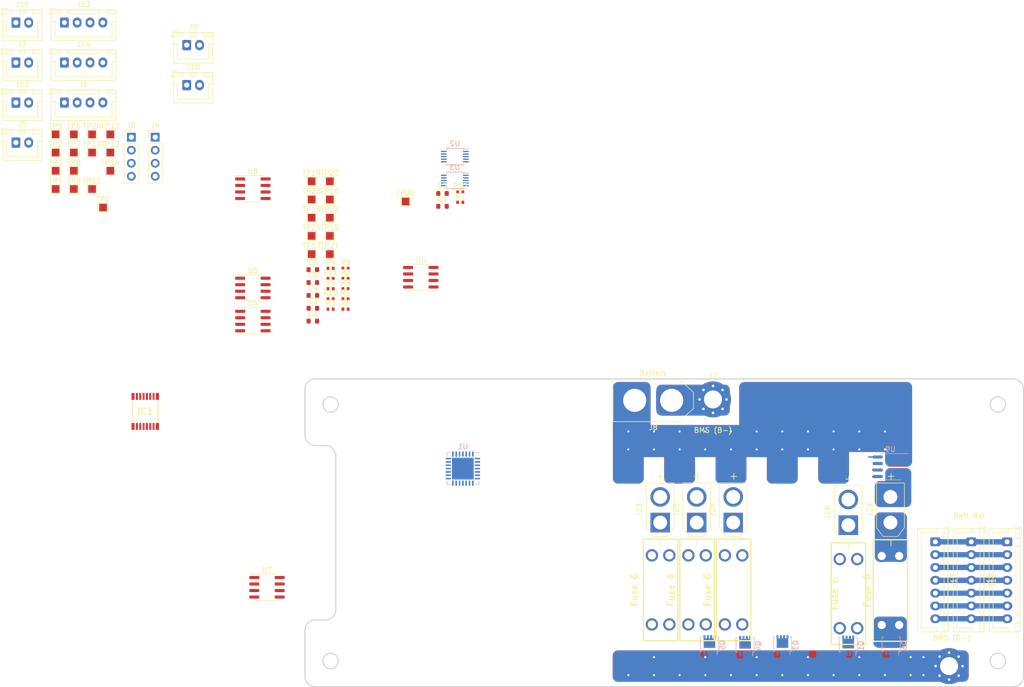
<source format=kicad_pcb>
(kicad_pcb (version 20221018) (generator pcbnew)
  (layers (0 "F.Cu" signal) (31 "B.Cu" signal) (34 "B.Paste" user) (35 "F.Paste" user) (36 "B.SilkS" user "B.Silkscreen") (37 "F.SilkS" user "F.Silkscreen") (38 "B.Mask" user) (39 "F.Mask" user) (44 "Edge.Cuts" user))
  (net 0 "")
  (net 1 "GND")
  (net 2 "+24V")
  (net 3 "+5V")
  (net 4 "GND1")
  (net 5 "Net-(J10-Pin_2)")
  (net 6 "+12V")
  (net 7 "VDD")
  (net 8 "+3.3V")
  (net 9 "Net-(Q1-D)")
  (net 10 "Net-(Q1-G)")
  (net 52 "Net-(U5-FILTER)")
  (net 53 "Net-(U6-FILTER)")
  (net 54 "Net-(U7-FILTER)")
  (net 55 "Net-(U8-FILTER)")
  (net 56 "Net-(U9-FILTER)")
  (net 57 "Net-(Q2-G)")
  (net 58 "Net-(Q2-D)")
  (net 59 "Net-(Q3-G)")
  (net 60 "Net-(Q3-D)")
  (net 61 "Net-(Q4-G)")
  (net 62 "Net-(Q4-D)")
  (net 63 "Net-(Q5-G)")
  (net 64 "Net-(Q5-D)")
  (net 65 "Net-(Q6-G)")
  (net 66 "Net-(Q6-D)")
  (net 67 "Net-(R6-Pad2)")
  (net 68 "Net-(R8-Pad2)")
  (net 69 "Net-(R10-Pad2)")
  (net 70 "Net-(R12-Pad2)")
  (net 71 "Net-(U5-VIOUT)")
  (net 72 "Net-(U6-VIOUT)")
  (net 73 "Net-(U7-VIOUT)")
  (net 74 "Net-(U8-VIOUT)")
  (net 75 "Net-(U9-VIOUT)")
  (net 76 "Net-(U4-FILTER)")
  (net 77 "Net-(J1-Pin_3)")
  (net 78 "Net-(J1-Pin_4)")
  (net 79 "Net-(J2-Pin_1)")
  (net 80 "Net-(J4-Pin_3)")
  (net 82 "Net-(J6-Pin_3)")
  (net 84 "Net-(J10-Pin_1)")
  (net 85 "Net-(J12-Pin_1)")
  (net 86 "Net-(J15-Pin_1)")
  (net 87 "Net-(J15-Pin_2)")
  (net 88 "Net-(J15-Pin_3)")
  (net 89 "Net-(J15-Pin_4)")
  (net 90 "Net-(J15-Pin_5)")
  (net 91 "Net-(J15-Pin_6)")
  (net 92 "Net-(J15-Pin_7)")
  (net 93 "Net-(J23-Pin_2)")
  (net 94 "Net-(J23-Pin_1)")
  (net 95 "Net-(J25-Pin_2)")
  (net 96 "Net-(J25-Pin_1)")
  (net 97 "Net-(J26-Pin_2)")
  (net 98 "Net-(J26-Pin_1)")
  (net 99 "Net-(J27-Pin_2)")
  (net 100 "Net-(J28-Pin_2)")
  (net 101 "Net-(J28-Pin_1)")
  (net 102 "Net-(J29-Pin_1)")
  (net 103 "Net-(J29-Pin_2)")
  (net 104 "Net-(R9-Pad2)")
  (net 105 "Net-(R11-Pad2)")
  (net 108 "Net-(U4-VIOUT)")
  (footprint "Package_SO:SOIC-8_3.9x4.9mm_P1.27mm" (layer "F.Cu") (at 70.848 33.416)
    (fp_text reference "U8")
    (fp_text value "ACS712xLCTR-30A")
  )
  (footprint "Resistor_SMD:R_0603_1608Metric" (layer "F.Cu") (at 82.528 54.216)
    (fp_text reference "C4")
    (fp_text value "10nf")
  )
  (footprint "MountingHole:MountingHole_3.5mm_Pad_Via" (layer "F.Cu") (at 206.5 126.5)
    (fp_text reference "J3")
    (fp_text value "BMS (C-)")
  )
  (footprint "TestPoint:TestPoint_Pad_1.5x1.5mm" (layer "F.Cu") (at 82.298 42.616)
    (fp_text reference "TP24")
    (fp_text value "TestPoint")
  )
  (footprint "TestPoint:TestPoint_Pad_1.5x1.5mm" (layer "F.Cu") (at 41.656 37.084)
    (fp_text reference "TP1")
    (fp_text value "TestPoint")
  )
  (footprint "TestPoint:TestPoint_Pad_1.5x1.5mm" (layer "F.Cu") (at 82.298 35.516)
    (fp_text reference "TP25")
    (fp_text value "TestPoint")
  )
  (footprint "TestPoint:TestPoint_Pad_1.5x1.5mm" (layer "F.Cu") (at 35.966 26.368)
    (fp_text reference "TP7")
    (fp_text value "TestPoint")
  )
  (footprint "Resistor_SMD:R_0402_1005Metric" (layer "F.Cu") (at 85.988 50.926)
    (fp_text reference "R11")
    (fp_text value "0 Ω")
  )
  (footprint "Connector_JST:JST_XH_B4B-XH-A_1x04_P2.50mm_Vertical" (layer "F.Cu") (at 34.116 8.818)
    (fp_text reference "J14")
    (fp_text value "BMS Serial")
  )
  (footprint "TestPoint:TestPoint_Pad_1.5x1.5mm" (layer "F.Cu") (at 32.416 26.368)
    (fp_text reference "TP2")
    (fp_text value "TestPoint")
  )
  (footprint "TestPoint:TestPoint_Pad_1.5x1.5mm" (layer "F.Cu") (at 39.516 33.468)
    (fp_text reference "TP11")
    (fp_text value "TestPoint")
  )
  (footprint "Fuseholder3557:Fuseholder3557" (layer "F.Cu") (at 195.072 111.76 90)
    (fp_text reference "J31")
    (fp_text value "Fuse 6")
  )
  (footprint "Package_SO:SOIC-8_3.9x4.9mm_P1.27mm" (layer "F.Cu") (at 73.595 111.125)
    (fp_text reference "U7")
    (fp_text value "ACS712xLCTR-30A")
  )
  (footprint "Package_SO:SOIC-8_3.9x4.9mm_P1.27mm" (layer "F.Cu") (at 70.848 52.766)
    (fp_text reference "U5")
    (fp_text value "ACS712xLCTR-30A")
  )
  (footprint "Connector_JST:JST_XH_B7B-XH-A_1x07_P2.50mm_Vertical" (layer "F.Cu") (at 203.82 102.268 -90)
    (fp_text reference "J17")
    (fp_text value "Batt Bal")
  )
  (footprint "Resistor_SMD:R_0603_1608Metric" (layer "F.Cu") (at 107.79 34.338)
    (fp_text reference "C7")
    (fp_text value "10nf")
  )
  (footprint "TestPoint:TestPoint_Pad_1.5x1.5mm" (layer "F.Cu") (at 39.516 22.818)
    (fp_text reference "TP26")
    (fp_text value "TestPoint")
  )
  (footprint "Connector_JST:JST_XH_B2B-XH-A_1x02_P2.50mm_Vertical" (layer "F.Cu") (at 57.952 13.208)
    (fp_text reference "J10")
    (fp_text value "BMS Switch")
  )
  (footprint "NMUX1308PWJ:NMUX1308PWJ" (layer "F.Cu") (at 49.873 76.839)
    (fp_text reference "IC1")
    (fp_text value "NMUX1308PWJ" hide)
  )
  (footprint "Connector_JST:JST_XH_B2B-XH-A_1x02_P2.50mm_Vertical" (layer "F.Cu") (at 24.666 1.018)
    (fp_text reference "J11")
    (fp_text value "LED Out")
  )
  (footprint "TestPoint:TestPoint_Pad_1.5x1.5mm" (layer "F.Cu") (at 82.298 31.966)
    (fp_text reference "TP19")
    (fp_text value "TestPoint")
  )
  (footprint "Fuseholder3557:Fuseholder3557" (layer "F.Cu") (at 150.29 111.637 90)
    (fp_text reference "J36")
    (fp_text value "Fuse 6")
  )
  (footprint "Package_SO:SOIC-8_3.9x4.9mm_P1.27mm" (layer "F.Cu") (at 103.567 50.673)
    (fp_text reference "U6")
    (fp_text value "ACS712xLCTR-30A")
  )
  (footprint "Connector_JST:JST_XH_B2B-XH-A_1x02_P2.50mm_Vertical" (layer "F.Cu") (at 24.666 16.618)
    (fp_text reference "J12")
    (fp_text value "BT Switch")
  )
  (footprint "TestPoint:TestPoint_Pad_1.5x1.5mm" (layer "F.Cu") (at 43.066 22.818)
    (fp_text reference "TP12")
    (fp_text value "TestPoint")
  )
  (footprint "Connector_JST:JST_XH_B2B-XH-A_1x02_P2.50mm_Vertical" (layer "F.Cu") (at 57.952 5.408)
    (fp_text reference "J9")
    (fp_text value "BMS Switch")
  )
  (footprint "Resistor_SMD:R_0402_1005Metric" (layer "F.Cu") (at 85.988 48.936)
    (fp_text reference "R5")
    (fp_text value "10 kΩ")
  )
  (footprint "Connector_JST:JST_XH_B4B-XH-A_1x04_P2.50mm_Vertical" (layer "F.Cu") (at 34.116 1.018)
    (fp_text reference "J13")
    (fp_text value "BT Module")
  )
  (footprint "Fuseholder3557:Fuseholder3557" (layer "F.Cu") (at 157.402 111.637 90)
    (fp_text reference "J35")
    (fp_text value "Fuse 6")
  )
  (footprint "TestPoint:TestPoint_Pad_1.5x1.5mm" (layer "F.Cu") (at 82.298 39.066)
    (fp_text reference "TP18")
    (fp_text value "TestPoint")
  )
  (footprint "TestPoint:TestPoint_Pad_1.5x1.5mm" (layer "F.Cu") (at 43.066 29.918)
    (fp_text reference "TP14")
    (fp_text value "TestPoint")
  )
  (footprint "TestPoint:TestPoint_Pad_1.5x1.5mm" (layer "F.Cu") (at 85.848 39.066)
    (fp_text reference "TP22")
    (fp_text value "TestPoint")
  )
  (footprint "TestPoint:TestPoint_Pad_1.5x1.5mm" (layer "F.Cu") (at 85.848 46.166)
    (fp_text reference "TP21")
    (fp_text value "TestPoint")
  )
  (footprint "TestPoint:TestPoint_Pad_1.5x1.5mm" (layer "F.Cu") (at 35.966 29.918)
    (fp_text reference "TP8")
    (fp_text value "TestPoint")
  )
  (footprint "Connector_AMASS:AMASS_XT30U-M_1x02_P5.0mm_Vertical" (layer "F.Cu") (at 186.866 99.02 90)
    (fp_text reference "J28")
    (fp_text value "Output 6")
  )
  (footprint "Resistor_SMD:R_0402_1005Metric" (layer "F.Cu") (at 88.898 50.926)
    (fp_text reference "R2")
    (fp_text value "10 kΩ")
  )
  (footprint "TestPoint:TestPoint_Pad_1.5x1.5mm" (layer "F.Cu") (at 35.966 22.818)
    (fp_text reference "TP6")
    (fp_text value "TestPoint")
  )
  (footprint "TestPoint:TestPoint_Pad_1.5x1.5mm" (layer "F.Cu") (at 39.516 26.368)
    (fp_text reference "TP10")
    (fp_text value "TestPoint")
  )
  (footprint "Resistor_SMD:R_0603_1608Metric" (layer "F.Cu") (at 82.528 59.236)
    (fp_text reference "C2")
    (fp_text value "10nf")
  )
  (footprint "Resistor_SMD:R_0402_1005Metric" (layer "F.Cu") (at 88.898 48.936)
    (fp_text reference "R9")
    (fp_text value "0 Ω")
  )
  (footprint "Fuseholder3557:Fuseholder3557" (layer "F.Cu") (at 186.8932 112.3696 90)
    (fp_text reference "J32")
    (fp_text value "Fuse 6")
  )
  (footprint "Connector_AMASS:AMASS_XT30U-M_1x02_P5.0mm_Vertical" (layer "F.Cu") (at 150.212 98.512 90)
    (fp_text reference "J23")
    (fp_text value "Output 6")
  )
  (footprint "TestPoint:TestPoint_Pad_1.5x1.5mm" (layer "F.Cu") (at 100.61 35.908)
    (fp_text reference "TP20")
    (fp_text value "TestPoint")
  )
  (footprint "Connector_JST:JST_XH_B2B-XH-A_1x02_P2.50mm_Vertical" (layer "F.Cu") (at 24.666 24.418)
    (fp_text reference "J5")
    (fp_text value "ESP Switch")
  )
  (footprint "Resistor_SMD:R_0603_1608Metric" (layer "F.Cu") (at 107.79 36.848)
    (fp_text reference "C1")
    (fp_text value "100nf")
  )
  (footprint "MountingHole:MountingHole_3.5mm_Pad_Via" (layer "F.Cu") (at 160.5 74.5)
    (fp_text reference "J2")
    (fp_text value "BMS (B-)")
  )
  (footprint "Resistor_SMD:R_0603_1608Metric" (layer "F.Cu") (at 82.528 49.196)
    (fp_text reference "C6")
    (fp_text value "10nf")
  )
  (footprint "Connector_JST:JST_XH_B7B-XH-A_1x07_P2.50mm_Vertical" (layer "F.Cu") (at 217.82 102.268 -90)
    (fp_text reference "J15")
    (fp_text value "Panel Bal")
  )
  (footprint "Resistor_SMD:R_0402_1005Metric" (layer "F.Cu") (at 88.898 54.906)
    (fp_text reference "R1")
    (fp_text value "10 kΩ")
  )
  (footprint "TestPoint:TestPoint_Pad_1.5x1.5mm" (layer "F.Cu") (at 43.066 26.368)
    (fp_text reference "TP13")
    (fp_text value "TestPoint")
  )
  (footprint "Connector_AMASS:AMASS_XT30U-M_1x02_P5.0mm_Vertical" (layer "F.Cu") (at 195.072 98.512 90)
    (fp_text reference "J29")
    (fp_text value "Output 6")
  )
  (footprint "Connector_AMASS:AMASS_XT60-M_1x02_P7.20mm_Vertical" (layer "F.Cu") (at 152.444 74.676 180)
    (fp_text reference "J8")
    (fp_text value "Battery")
  )
  (footprint "TestPoint:TestPoint_Pad_1.5x1.5mm" (layer "F.Cu") (at 32.416 22.818)
    (fp_text reference "TP5")
    (fp_text value "TestPoint")
  )
  (footprint "Connector_JST:JST_XH_B7B-XH-A_1x07_P2.50mm_Vertical" (layer "F.Cu") (at 210.82 102.268 -90)
    (fp_text reference "J16")
    (fp_text value "BMS Bal")
  )
  (footprint "Fuseholder3557:Fuseholder3557" (layer "F.Cu") (at 164.514 111.637 90)
    (fp_text reference "J34")
    (fp_text value "Fuse 6")
  )
  (footprint "Resistor_SMD:R_0402_1005Metric" (layer "F.Cu") (at 88.898 52.916)
    (fp_text reference "R8")
    (fp_text value "0 Ω")
  )
  (footprint "Connector_AMASS:AMASS_XT30U-M_1x02_P5.0mm_Vertical" (layer "F.Cu") (at 164.436 98.512 90)
    (fp_text reference "J26")
    (fp_text value "Output 6")
  )
  (footprint "Connector_JST:JST_XH_B2B-XH-A_1x02_P2.50mm_Vertical" (layer "F.Cu") (at 24.666 8.818)
    (fp_text reference "J7")
    (fp_text value "LED Switch")
  )
  (footprint "Resistor_SMD:R_0402_1005Metric" (layer "F.Cu") (at 88.898 56.896)
    (fp_text reference "R6")
    (fp_text value "0 Ω")
  )
  (footprint "TestPoint:TestPoint_Pad_1.5x1.5mm" (layer "F.Cu") (at 35.966 33.468)
    (fp_text reference "TP9")
    (fp_text value "TestPoint")
  )
  (footprint "Resistor_SMD:R_0402_1005Metric" (layer "F.Cu") (at 111.25 34.078)
    (fp_text reference "R12")
    (fp_text value "0 Ω")
  )
  (footprint "Resistor_SMD:R_0402_1005Metric" (layer "F.Cu") (at 85.988 56.896)
    (fp_text reference "R3")
    (fp_text value "10 kΩ")
  )
  (footprint "Package_SO:SOIC-8_3.9x4.9mm_P1.27mm" (layer "F.Cu") (at 70.848 59.216)
    (fp_text reference "U4")
    (fp_text value "ACS712xLCTR-30A")
  )
  (footprint "TestPoint:TestPoint_Pad_1.5x1.5mm" (layer "F.Cu") (at 32.416 33.468)
    (fp_text reference "TP4")
    (fp_text value "TestPoint")
  )
  (footprint "TestPoint:TestPoint_Pad_1.5x1.5mm" (layer "F.Cu") (at 85.848 31.966)
    (fp_text reference "TP23")
    (fp_text value "TestPoint")
  )
  (footprint "TestPoint:TestPoint_Pad_1.5x1.5mm" (layer "F.Cu") (at 32.416 29.918)
    (fp_text reference "TP3")
    (fp_text value "TestPoint")
  )
  (footprint "Connector_PinHeader_2.54mm:PinHeader_1x04_P2.54mm_Vertical" (layer "F.Cu") (at 47.166 23.368)
    (fp_text reference "J6")
    (fp_text value "12V DC Conv.")
  )
  (footprint "TestPoint:TestPoint_Pad_1.5x1.5mm" (layer "F.Cu") (at 85.848 35.516)
    (fp_text reference "TP16")
    (fp_text value "TestPoint")
  )
  (footprint "Resistor_SMD:R_0402_1005Metric" (layer "F.Cu") (at 85.988 54.906)
    (fp_text reference "R10")
    (fp_text value "0 Ω")
  )
  (footprint "Resistor_SMD:R_0402_1005Metric" (layer "F.Cu") (at 111.25 36.068)
    (fp_text reference "R7")
    (fp_text value "10 kΩ")
  )
  (footprint "Connector_AMASS:AMASS_XT30U-M_1x02_P5.0mm_Vertical" (layer "F.Cu") (at 157.324 98.512 90)
    (fp_text reference "J25")
    (fp_text value "Output 6")
  )
  (footprint "Resistor_SMD:R_0603_1608Metric" (layer "F.Cu") (at 82.528 56.726)
    (fp_text reference "C3")
    (fp_text value "10nf")
  )
  (footprint "Connector_PinHeader_2.54mm:PinHeader_1x04_P2.54mm_Vertical" (layer "F.Cu") (at 51.816 23.368)
    (fp_text reference "J4")
    (fp_text value "3.3V DC Conv.")
  )
  (footprint "Resistor_SMD:R_0402_1005Metric" (layer "F.Cu") (at 85.988 52.916)
    (fp_text reference "R4")
    (fp_text value "10 kΩ")
  )
  (footprint "Connector_JST:JST_XH_B4B-XH-A_1x04_P2.50mm_Vertical" (layer "F.Cu") (at 34.116 16.618)
    (fp_text reference "J1")
    (fp_text value "OLED")
  )
  (footprint "TestPoint:TestPoint_Pad_1.5x1.5mm" (layer "F.Cu") (at 85.848 42.616)
    (fp_text reference "TP15")
    (fp_text value "TestPoint")
  )
  (footprint "TestPoint:TestPoint_Pad_1.5x1.5mm" (layer "F.Cu") (at 82.298 46.166)
    (fp_text reference "TP17")
    (fp_text value "TestPoint")
  )
  (footprint "Resistor_SMD:R_0603_1608Metric" (layer "F.Cu") (at 82.528 51.706)
    (fp_text reference "C5")
    (fp_text value "10nf")
  )
  (footprint "Package_SO:TSSOP-10_3x3mm_P0.5mm" (layer "B.Cu") (at 110.195714 31.808 180)
    (fp_text reference "U3")
    (fp_text value "ADS1115IDGS")
  )
  (footprint "Package_SO:TSSOP-10_3x3mm_P0.5mm" (layer "B.Cu") (at 110.195714 27.158 180)
    (fp_text reference "U2")
    (fp_text value "ADS1115IDGS")
  )
  (footprint "Package_TO_SOT_SMD:LFPAK33" (layer "B.Cu") (at 159.807 122.417 90)
    (fp_text reference "Q5")
    (fp_text value "BUK9M11-40EX")
  )
  (footprint "Package_SO:SOIC-8_3.9x4.9mm_P1.27mm" (layer "B.Cu") (at 195.072 87.63 180)
    (fp_text reference "U9")
    (fp_text value "ACS712xLCTR-30A")
  )
  (footprint "Package_TO_SOT_SMD:LFPAK33" (layer "B.Cu") (at 174.031 122.417 90)
    (fp_text reference "Q3")
    (fp_text value "BUK9M11-40EX")
  )
  (footprint "Package_TO_SOT_SMD:LFPAK33" (layer "B.Cu") (at 186.8496 122.5178 90)
    (fp_text reference "Q1")
    (fp_text value "BUK9M11-40EX")
  )
  (footprint "Package_TO_SOT_SMD:LFPAK33" (layer "B.Cu") (at 166.76 122.565 90)
    (fp_text reference "Q4")
    (fp_text value "BUK9M11-40EX")
  )
  (footprint "Package_TO_SOT_SMD:LFPAK33" (layer "B.Cu") (at 195.208 122.417 90)
    (fp_text reference "Q6")
    (fp_text value "BUK9M11-40EX" hide)
  )
  (footprint "Package_DFN_QFN:QFN-28-1EP_6x6mm_P0.65mm_EP4.25x4.25mm" (layer "B.Cu") (at 111.76 87.988 180)
    (fp_text reference "U1")
    (fp_text value "MCP23017_ML")
  )
  (gr_arc (start 85 83.5) (mid 86.414214 84.085786) (end 87 85.5) (stroke (width 0.2)) (layer "Edge.Cuts"))
  (gr_line (start 81 72.5) (end 81 81.5) (stroke (width 0.2)) (layer "Edge.Cuts"))
  (gr_arc (start 219 70.5) (mid 220.414214 71.085786) (end 221 72.5) (stroke (width 0.2)) (layer "Edge.Cuts"))
  (gr_arc (start 83 83.5) (mid 81.585786 82.914214) (end 81 81.5) (stroke (width 0.2)) (layer "Edge.Cuts"))
  (gr_line (start 83 130.5) (end 219 130.5) (stroke (width 0.2)) (layer "Edge.Cuts"))
  (gr_circle (center 86 125.5) (end 86 124) (stroke (width 0.2)) (fill none) (layer "Edge.Cuts"))
  (gr_arc (start 221 128.5) (mid 220.414214 129.914214) (end 219 130.5) (stroke (width 0.2)) (layer "Edge.Cuts"))
  (gr_line (start 81 119.5) (end 81 128.5) (stroke (width 0.2)) (layer "Edge.Cuts"))
  (gr_line (start 219 70.5) (end 83 70.5) (stroke (width 0.2)) (layer "Edge.Cuts"))
  (gr_circle (center 216 75.5) (end 216 74) (stroke (width 0.2)) (fill none) (layer "Edge.Cuts"))
  (gr_arc (start 87 115.5) (mid 86.414214 116.914214) (end 85 117.5) (stroke (width 0.2)) (layer "Edge.Cuts"))
  (gr_circle (center 86 75.5) (end 86 74) (stroke (width 0.2)) (fill none) (layer "Edge.Cuts"))
  (gr_arc (start 81 72.5) (mid 81.585786 71.085786) (end 83 70.5) (stroke (width 0.2)) (layer "Edge.Cuts"))
  (gr_arc (start 81 119.5) (mid 81.585786 118.085786) (end 83 117.5) (stroke (width 0.2)) (layer "Edge.Cuts"))
  (gr_arc (start 83 130.5) (mid 81.585786 129.914214) (end 81 128.5) (stroke (width 0.2)) (layer "Edge.Cuts"))
  (gr_line (start 87 85.5) (end 87 115.5) (stroke (width 0.2)) (layer "Edge.Cuts"))
  (gr_line (start 83 83.5) (end 85 83.5) (stroke (width 0.2)) (layer "Edge.Cuts"))
  (gr_line (start 221 128.5) (end 221 72.5) (stroke (width 0.2)) (layer "Edge.Cuts"))
  (gr_line (start 85 117.5) (end 83 117.5) (stroke (width 0.2)) (layer "Edge.Cuts"))
  (gr_circle (center 216 125.5) (end 216 124) (stroke (width 0.2)) (fill none) (layer "Edge.Cuts"))
  (via (at 159 124.75) (size 0.8) (drill 0.4) (layers "F.Cu" "B.Cu") (net 1))
  (via (at 144 128.25) (size 0.8) (drill 0.4) (layers "F.Cu" "B.Cu") (net 1))
  (via (at 174 128.25) (size 0.8) (drill 0.4) (layers "F.Cu" "B.Cu") (net 1))
  (via (at 179 128.25) (size 0.8) (drill 0.4) (layers "F.Cu" "B.Cu") (net 1))
  (via (at 159 128.25) (size 0.8) (drill 0.4) (layers "F.Cu" "B.Cu") (net 1))
  (via (at 164 128.25) (size 0.8) (drill 0.4) (layers "F.Cu" "B.Cu") (net 1))
  (via (at 201.5 128.25) (size 0.8) (drill 0.4) (layers "F.Cu" "B.Cu") (net 1))
  (via (at 169 128.25) (size 0.8) (drill 0.4) (layers "F.Cu" "B.Cu") (net 1))
  (via (at 184 128.25) (size 0.8) (drill 0.4) (layers "F.Cu" "B.Cu") (net 1))
  (via (at 194 128.25) (size 0.8) (drill 0.4) (layers "F.Cu" "B.Cu") (net 1))
  (via (at 199 124.75) (size 0.8) (drill 0.4) (layers "F.Cu" "B.Cu") (net 1))
  (via (at 189 128.25) (size 0.8) (drill 0.4) (layers "F.Cu" "B.Cu") (net 1))
  (via (at 149 128.25) (size 0.8) (drill 0.4) (layers "F.Cu" "B.Cu") (net 1))
  (via (at 201.5 124.75) (size 0.8) (drill 0.4) (layers "F.Cu" "B.Cu") (net 1))
  (via (at 199 128.25) (size 0.8) (drill 0.4) (layers "F.Cu" "B.Cu") (net 1))
  (via (at 154 128.25) (size 0.8) (drill 0.4) (layers "F.Cu" "B.Cu") (net 1))
  (via (at 179 124.75) (size 0.8) (drill 0.4) (layers "F.Cu" "B.Cu") (net 1))
  (via (at 169 124.75) (size 0.8) (drill 0.4) (layers "F.Cu" "B.Cu") (net 1))
  (via (at 149 124.75) (size 0.8) (drill 0.4) (layers "F.Cu" "B.Cu") (net 1))
  (via (at 189 124.75) (size 0.8) (drill 0.4) (layers "F.Cu" "B.Cu") (net 1))
  (via (at 179 80.75) (size 0.8) (drill 0.4) (layers "F.Cu" "B.Cu") (net 2))
  (via (at 154 84.25) (size 0.8) (drill 0.4) (layers "F.Cu" "B.Cu") (net 2))
  (via (at 169 80.75) (size 0.8) (drill 0.4) (layers "F.Cu" "B.Cu") (net 2))
  (via (at 154 80.75) (size 0.8) (drill 0.4) (layers "F.Cu" "B.Cu") (net 2))
  (via (at 159 80.75) (size 0.8) (drill 0.4) (layers "F.Cu" "B.Cu") (net 2))
  (via (at 174 84.25) (size 0.8) (drill 0.4) (layers "F.Cu" "B.Cu") (net 2))
  (via (at 169 84.25) (size 0.8) (drill 0.4) (layers "F.Cu" "B.Cu") (net 2))
  (via (at 149 80.75) (size 0.8) (drill 0.4) (layers "F.Cu" "B.Cu") (net 2))
  (via (at 189 80.75) (size 0.8) (drill 0.4) (layers "F.Cu" "B.Cu") (net 2))
  (via (at 164 84.25) (size 0.8) (drill 0.4) (layers "F.Cu" "B.Cu") (net 2))
  (via (at 189 84.25) (size 0.8) (drill 0.4) (layers "F.Cu" "B.Cu") (net 2))
  (via (at 179 84.25) (size 0.8) (drill 0.4) (layers "F.Cu" "B.Cu") (net 2))
  (via (at 144 84.25) (size 0.8) (drill 0.4) (layers "F.Cu" "B.Cu") (net 2))
  (via (at 194 84.25) (size 0.8) (drill 0.4) (layers "F.Cu" "B.Cu") (net 2))
  (via (at 174 80.75) (size 0.8) (drill 0.4) (layers "F.Cu" "B.Cu") (net 2))
  (via (at 184 80.75) (size 0.8) (drill 0.4) (layers "F.Cu" "B.Cu") (net 2))
  (via (at 159 84.25) (size 0.8) (drill 0.4) (layers "F.Cu" "B.Cu") (net 2))
  (via (at 149 84.25) (size 0.8) (drill 0.4) (layers "F.Cu" "B.Cu") (net 2))
  (via (at 184 84.25) (size 0.8) (drill 0.4) (layers "F.Cu" "B.Cu") (net 2))
  (via (at 164 80.75) (size 0.8) (drill 0.4) (layers "F.Cu" "B.Cu") (net 2))
  (via (at 194 80.75) (size 0.8) (drill 0.4) (layers "F.Cu" "B.Cu") (net 2))
  (via (at 144 80.75) (size 0.8) (drill 0.4) (layers "F.Cu" "B.Cu") (net 2))
  (segment (start 190.818 85.725) (end 191.581 85.725) (width 0.25) (layer "B.Cu") (net 3))
  (segment (start 191.771 89.725) (end 191.581 89.535) (width 0.25) (layer "B.Cu") (net 4))
  (segment (start 191.771 88.075) (end 191.581 88.265) (width 0.25) (layer "B.Cu") (net 56))
  (segment (start 203.82 102.268) (end 217.82 102.268) (width 1) (layer "F.Cu") (net 86))
  (segment (start 217.82 102.268) (end 203.82 102.268) (width 1) (layer "B.Cu") (net 86))
  (segment (start 217.82 104.768) (end 203.82 104.768) (width 1) (layer "F.Cu") (net 87))
  (segment (start 203.82 104.768) (end 217.82 104.768) (width 1) (layer "B.Cu") (net 87))
  (segment (start 203.82 107.268) (end 217.82 107.268) (width 1) (layer "F.Cu") (net 88))
  (segment (start 217.82 107.268) (end 203.82 107.268) (width 1) (layer "B.Cu") (net 88))
  (segment (start 217.82 109.768) (end 203.82 109.768) (width 1) (layer "F.Cu") (net 89))
  (segment (start 203.82 109.768) (end 217.82 109.768) (width 1) (layer "B.Cu") (net 89))
  (segment (start 203.82 112.268) (end 217.82 112.268) (width 1) (layer "F.Cu") (net 90))
  (segment (start 217.82 112.268) (end 203.82 112.268) (width 1) (layer "B.Cu") (net 90))
  (segment (start 217.82 114.768) (end 203.82 114.768) (width 1) (layer "F.Cu") (net 91))
  (segment (start 203.82 114.768) (end 217.82 114.768) (width 1) (layer "B.Cu") (net 91))
  (segment (start 203.82 117.268) (end 217.82 117.268) (width 1) (layer "F.Cu") (net 92))
  (segment (start 217.82 117.268) (end 203.82 117.268) (width 1) (layer "B.Cu") (net 92))
  (zone (net 1) (net_name "GND") (layers "F&B.Cu") (priority 2) (connect_pads yes (clearance 0.5)) (min_thickness 0.254) (fill yes (thermal_gap 0.508) (thermal_bridge_width 0.508) (smoothing fillet) (radius 1))
    (polygon (pts (xy 140.97 123.444) (xy 140.97 129.54) (xy 210.312 129.54) (xy 210.312 123.444)))
  )
  (zone (net 79) (net_name "Net-(J2-Pin_1)") (layers "F&B.Cu") (connect_pads yes (clearance 0.5)) (min_thickness 0.254) (fill yes (thermal_gap 0.508) (thermal_bridge_width 0.508) (smoothing fillet) (radius 1))
    (polygon (pts (xy 163.764 77.628) (xy 149.464 77.628) (xy 149.464 71.628) (xy 163.764 71.628)))
  )
  (zone (net 2) (net_name "+24V") (layers "F&B.Cu") (connect_pads yes (clearance 0.5)) (min_thickness 0.254) (fill yes (thermal_gap 0.508) (thermal_bridge_width 0.508) (smoothing fillet) (radius 1))
    (polygon (pts (xy 199.286 87.598) (xy 194.048 87.598) (xy 194.048 84.734) (xy 187 84.734) (xy 187 90.9) (xy 181 90.9) (xy 181 85.75) (xy 177 85.75) (xy 177 90.9) (xy 171 90.9) (xy 171 85.75) (xy 167 85.75) (xy 167 90.9) (xy 161 90.9) (xy 161 85.75) (xy 157 85.75) (xy 157 90.9) (xy 151 90.9) (xy 151 85.75) (xy 147 85.75) (xy 147 90.9) (xy 141 90.9) (xy 141 71.12) (xy 148.336 71.12) (xy 148.336 79.5) (xy 165.608 79.5) (xy 165.608 71.12) (xy 199.286 71.12)))
  )
  (zone (net 103) (net_name "Net-(J29-Pin_2)") (layer "B.Cu") (priority 1) (connect_pads yes (clearance 0.5)) (min_thickness 0.254) (fill yes (thermal_gap 0.508) (thermal_bridge_width 0.508) (smoothing fillet) (radius 1))
    (polygon (pts (xy 199.136 87.884) (xy 194.056 87.884) (xy 194.056 90.424) (xy 192.024 90.424) (xy 192.024 95.504) (xy 199.136 95.504)))
  )
  (zone (net 66) (net_name "Net-(Q6-D)") (layer "B.Cu") (connect_pads yes (clearance 0.5)) (min_thickness 0.254) (fill yes (thermal_gap 0.508) (thermal_bridge_width 0.508) (smoothing fillet) (radius 1) (island_removal_mode 1) (island_area_min 10))
    (polygon (pts (xy 198.278 122.936) (xy 191.77 122.936) (xy 191.77 116.842) (xy 198.278 116.842)))
  )
  (zone (net 102) (net_name "Net-(J29-Pin_1)") (layer "B.Cu") (connect_pads yes (clearance 0.5)) (min_thickness 0.254) (fill yes (thermal_gap 0.508) (thermal_bridge_width 0.508) (smoothing fillet) (radius 1))
    (polygon (pts (xy 198.278 106.172) (xy 192.024 106.172) (xy 192.024 96.522) (xy 198.278 96.522)))
  )
)
</source>
